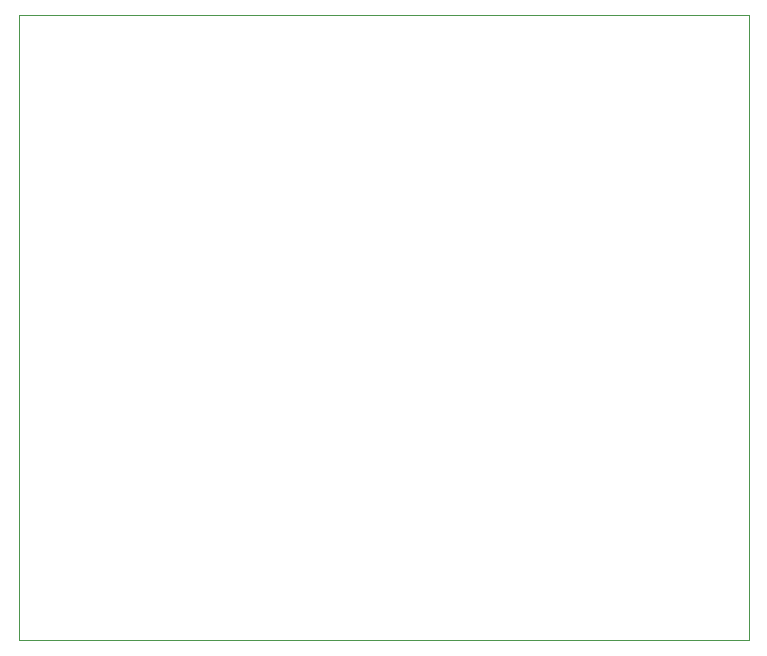
<source format=gbr>
%TF.GenerationSoftware,KiCad,Pcbnew,8.0.7+1*%
%TF.CreationDate,2025-02-06T19:29:57-05:00*%
%TF.ProjectId,jetKVM-audio-expansion,6a65744b-564d-42d6-9175-64696f2d6578,rev?*%
%TF.SameCoordinates,Original*%
%TF.FileFunction,Profile,NP*%
%FSLAX46Y46*%
G04 Gerber Fmt 4.6, Leading zero omitted, Abs format (unit mm)*
G04 Created by KiCad (PCBNEW 8.0.7+1) date 2025-02-06 19:29:57*
%MOMM*%
%LPD*%
G01*
G04 APERTURE LIST*
%TA.AperFunction,Profile*%
%ADD10C,0.050000*%
%TD*%
G04 APERTURE END LIST*
D10*
X103835200Y-71882000D02*
X165658800Y-71882000D01*
X165658800Y-124764800D01*
X103835200Y-124764800D01*
X103835200Y-71882000D01*
M02*

</source>
